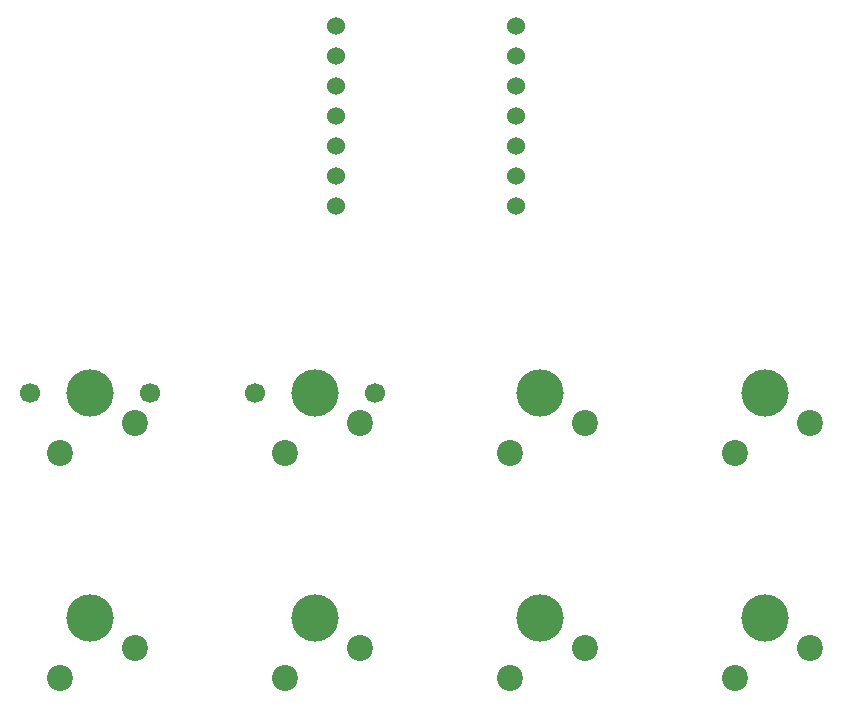
<source format=gbr>
%TF.GenerationSoftware,KiCad,Pcbnew,9.0.6*%
%TF.CreationDate,2025-12-07T16:29:36+00:00*%
%TF.ProjectId,flightsimhackpad,666c6967-6874-4736-996d-6861636b7061,rev?*%
%TF.SameCoordinates,Original*%
%TF.FileFunction,Soldermask,Bot*%
%TF.FilePolarity,Negative*%
%FSLAX46Y46*%
G04 Gerber Fmt 4.6, Leading zero omitted, Abs format (unit mm)*
G04 Created by KiCad (PCBNEW 9.0.6) date 2025-12-07 16:29:36*
%MOMM*%
%LPD*%
G01*
G04 APERTURE LIST*
%ADD10C,4.000000*%
%ADD11C,2.200000*%
%ADD12C,1.524000*%
%ADD13C,1.700000*%
G04 APERTURE END LIST*
D10*
%TO.C,SW7*%
X128746250Y-156845000D03*
D11*
X126206250Y-161925000D03*
X132556250Y-159385000D03*
%TD*%
D12*
%TO.C,U1*%
X111442500Y-106680000D03*
X111442500Y-109220000D03*
X111442500Y-111760000D03*
X111442500Y-114300000D03*
X111442500Y-116840000D03*
X111442500Y-119380000D03*
X111442500Y-121920000D03*
X126682500Y-121920000D03*
X126682500Y-119380000D03*
X126682500Y-116840000D03*
X126682500Y-114300000D03*
X126682500Y-111760000D03*
X126682500Y-109220000D03*
X126682500Y-106680000D03*
%TD*%
D10*
%TO.C,SW3*%
X128746250Y-137795000D03*
D11*
X126206250Y-142875000D03*
X132556250Y-140335000D03*
%TD*%
D10*
%TO.C,SW6*%
X109696250Y-156845000D03*
D11*
X107156250Y-161925000D03*
X113506250Y-159385000D03*
%TD*%
D13*
%TO.C,SW2*%
X114776250Y-137795000D03*
D10*
X109696250Y-137795000D03*
D13*
X104616250Y-137795000D03*
D11*
X107156250Y-142875000D03*
X113506250Y-140335000D03*
%TD*%
D13*
%TO.C,SW1*%
X95726250Y-137795000D03*
D10*
X90646250Y-137795000D03*
D13*
X85566250Y-137795000D03*
D11*
X88106250Y-142875000D03*
X94456250Y-140335000D03*
%TD*%
D10*
%TO.C,SW4*%
X147796250Y-137795000D03*
D11*
X145256250Y-142875000D03*
X151606250Y-140335000D03*
%TD*%
D10*
%TO.C,SW5*%
X90646250Y-156845000D03*
D11*
X88106250Y-161925000D03*
X94456250Y-159385000D03*
%TD*%
D10*
%TO.C,SW8*%
X147796250Y-156845000D03*
D11*
X145256250Y-161925000D03*
X151606250Y-159385000D03*
%TD*%
M02*

</source>
